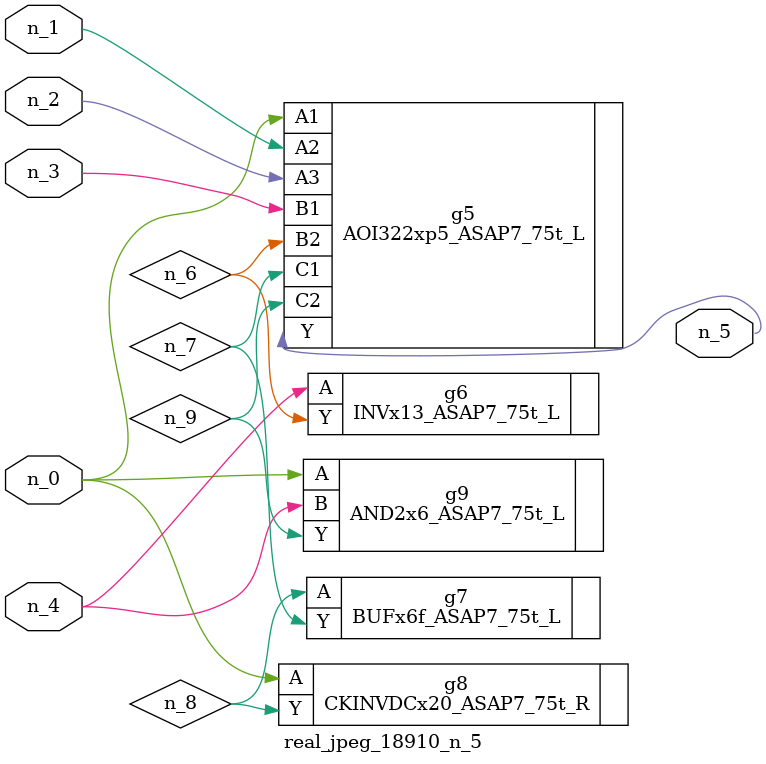
<source format=v>
module real_jpeg_18910_n_5 (n_4, n_0, n_1, n_2, n_3, n_5);

input n_4;
input n_0;
input n_1;
input n_2;
input n_3;

output n_5;

wire n_8;
wire n_6;
wire n_7;
wire n_9;

AOI322xp5_ASAP7_75t_L g5 ( 
.A1(n_0),
.A2(n_1),
.A3(n_2),
.B1(n_3),
.B2(n_6),
.C1(n_7),
.C2(n_9),
.Y(n_5)
);

CKINVDCx20_ASAP7_75t_R g8 ( 
.A(n_0),
.Y(n_8)
);

AND2x6_ASAP7_75t_L g9 ( 
.A(n_0),
.B(n_4),
.Y(n_9)
);

INVx13_ASAP7_75t_L g6 ( 
.A(n_4),
.Y(n_6)
);

BUFx6f_ASAP7_75t_L g7 ( 
.A(n_8),
.Y(n_7)
);


endmodule
</source>
